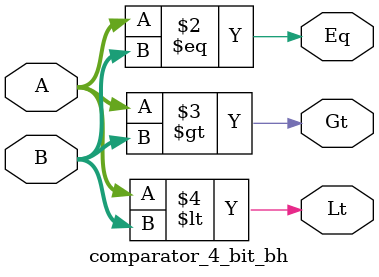
<source format=v>
/***********************************************************
File Name:	comparator_4_bit_bh.v
Author: 	Kevan Thompson
Date:		March 20, 2024
Description: A 4 bit comparator

***********************************************************/

module comparator_4_bit_bh(
    input [3:0] A,
    input [3:0] B,
    output reg Eq,  //Equal
    output reg Gt,  //Greater Than  
    output reg Lt   //Less than
);    

always@(*) begin
    //A equal B    
    Eq = (A==B); //And all bits of A xnor B
    //A Greater than B
    Gt = (A>B);
    //A less than B            
    Lt = (A<B);            
end

endmodule
</source>
